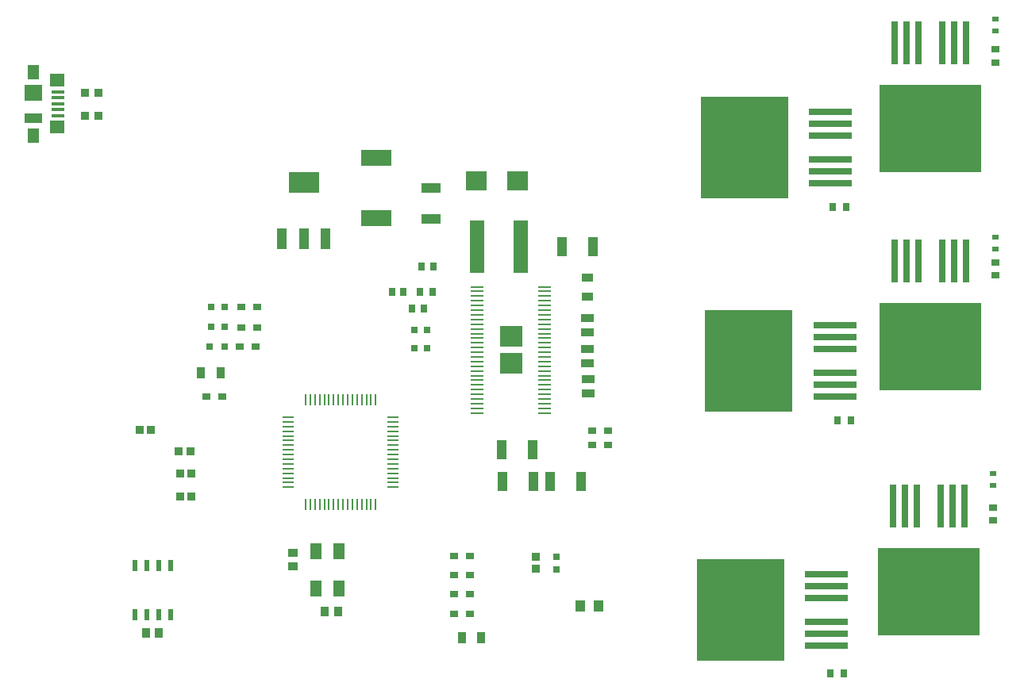
<source format=gbr>
%FSTAX23Y23*%
%MOIN*%
%SFA1B1*%

%IPPOS*%
%AMD27*
4,1,8,0.022500,0.004200,-0.022500,0.004200,-0.026700,0.000000,-0.026700,0.000000,-0.022500,-0.004200,0.022500,-0.004200,0.026700,0.000000,0.026700,0.000000,0.022500,0.004200,0.0*
1,1,0.008360,0.022500,0.000000*
1,1,0.008360,-0.022500,0.000000*
1,1,0.008360,-0.022500,0.000000*
1,1,0.008360,0.022500,0.000000*
%
%AMD38*
4,1,8,-0.004200,0.019200,-0.004200,-0.019200,0.000000,-0.023400,0.000000,-0.023400,0.004200,-0.019200,0.004200,0.019200,0.000000,0.023400,0.000000,0.023400,-0.004200,0.019200,0.0*
1,1,0.008360,0.000000,0.019200*
1,1,0.008360,0.000000,-0.019200*
1,1,0.008360,0.000000,-0.019200*
1,1,0.008360,0.000000,0.019200*
%
%AMD39*
4,1,8,-0.023400,0.000000,-0.023400,0.000000,-0.019200,-0.004200,0.019200,-0.004200,0.023400,0.000000,0.023400,0.000000,0.019200,0.004200,-0.019200,0.004200,-0.023400,0.000000,0.0*
1,1,0.008360,-0.019200,0.000000*
1,1,0.008360,-0.019200,0.000000*
1,1,0.008360,0.019200,0.000000*
1,1,0.008360,0.019200,0.000000*
%
%AMD63*
4,1,8,0.008900,0.024600,-0.008900,0.024600,-0.010800,0.022700,-0.010800,-0.022700,-0.008900,-0.024600,0.008900,-0.024600,0.010800,-0.022700,0.010800,0.022700,0.008900,0.024600,0.0*
1,1,0.003900,0.008900,0.022700*
1,1,0.003900,-0.008900,0.022700*
1,1,0.003900,-0.008900,-0.022700*
1,1,0.003900,0.008900,-0.022700*
%
%ADD18R,0.094250X0.089100*%
%ADD19R,0.094250X0.089100*%
%ADD20R,0.062990X0.224410*%
%ADD21R,0.088580X0.084650*%
%ADD22R,0.039370X0.051180*%
%ADD23R,0.425200X0.370080*%
%ADD24R,0.031500X0.181100*%
%ADD25R,0.047240X0.070870*%
%ADD26R,0.029530X0.033470*%
G04~CAMADD=27~8~0.0~0.0~533.6~83.7~41.8~0.0~15~0.0~0.0~0.0~0.0~0~0.0~0.0~0.0~0.0~0~0.0~0.0~0.0~0.0~533.6~83.7*
%ADD27D27*%
%ADD28R,0.053360X0.008370*%
%ADD29R,0.051180X0.064960*%
%ADD30R,0.074800X0.070870*%
%ADD31R,0.074800X0.039370*%
%ADD32R,0.061020X0.056100*%
%ADD33R,0.054330X0.017720*%
%ADD34R,0.025590X0.027560*%
%ADD35R,0.043310X0.080710*%
%ADD36R,0.035430X0.031500*%
%ADD37R,0.008370X0.046780*%
G04~CAMADD=38~8~0.0~0.0~467.8~83.7~41.8~0.0~15~0.0~0.0~0.0~0.0~0~0.0~0.0~0.0~0.0~0~0.0~0.0~0.0~90.0~84.0~467.0*
%ADD38D38*%
G04~CAMADD=39~8~0.0~0.0~83.7~467.8~41.8~0.0~15~0.0~0.0~0.0~0.0~0~0.0~0.0~0.0~0.0~0~0.0~0.0~0.0~90.0~468.0~84.0*
%ADD39D39*%
%ADD40R,0.031500X0.031500*%
%ADD41R,0.037650X0.047490*%
%ADD42R,0.041340X0.037400*%
%ADD43R,0.037400X0.041340*%
%ADD44R,0.027560X0.025590*%
%ADD45R,0.035680X0.033660*%
%ADD46R,0.031500X0.023620*%
%ADD47R,0.033940X0.025870*%
%ADD48R,0.025870X0.033940*%
%ADD49R,0.031500X0.035430*%
%ADD50R,0.029530X0.035430*%
%ADD51R,0.031500X0.037400*%
%ADD52R,0.047490X0.037650*%
%ADD53R,0.053150X0.037400*%
%ADD54R,0.033660X0.035680*%
%ADD55R,0.036810X0.037880*%
%ADD56R,0.035430X0.039370*%
%ADD57R,0.181100X0.031500*%
%ADD58R,0.370080X0.425200*%
%ADD59R,0.080710X0.043310*%
%ADD60R,0.039370X0.086610*%
%ADD61R,0.129920X0.086610*%
%ADD62R,0.125980X0.067720*%
G04~CAMADD=63~8~0.0~0.0~216.5~492.1~19.5~0.0~15~0.0~0.0~0.0~0.0~0~0.0~0.0~0.0~0.0~0~0.0~0.0~0.0~0.0~216.5~492.1*
%ADD63D63*%
%LNpcb_paste_top-1*%
%LPD*%
G54D18*
X04465Y02848D03*
G54D19*
X04465Y02961D03*
G54D20*
X04322Y0334D03*
X04507D03*
G54D21*
X04493Y03615D03*
X0432D03*
G54D22*
X04755Y0183D03*
X04834D03*
G54D23*
X06225Y03835D03*
X0622Y0189D03*
X06225Y0292D03*
G54D24*
X06175Y04195D03*
X06125D03*
X06075D03*
X06275D03*
X06325D03*
X06375D03*
X0617Y0225D03*
X0612D03*
X0607D03*
X0627D03*
X0632D03*
X0637D03*
X06175Y0328D03*
X06125D03*
X06075D03*
X06275D03*
X06325D03*
X06375D03*
G54D25*
X03742Y01901D03*
Y02058D03*
X03647D03*
Y01901D03*
G54D26*
X0414Y03255D03*
X04089D03*
G54D27*
X04607Y0317D03*
Y03151D03*
Y03131D03*
Y03111D03*
Y03092D03*
Y03072D03*
Y03052D03*
Y03032D03*
Y03013D03*
Y02993D03*
Y02973D03*
Y02954D03*
Y02934D03*
Y02914D03*
Y02895D03*
Y02875D03*
Y02855D03*
Y02836D03*
Y02816D03*
Y02796D03*
Y02777D03*
Y02757D03*
Y02737D03*
Y02717D03*
Y02698D03*
Y02678D03*
Y02658D03*
Y02639D03*
X04322D03*
Y02658D03*
Y02678D03*
Y02698D03*
Y02717D03*
Y02737D03*
Y02757D03*
Y02777D03*
Y02796D03*
Y02816D03*
Y02836D03*
Y02855D03*
Y02875D03*
Y02895D03*
Y02914D03*
Y02934D03*
Y02954D03*
Y02973D03*
Y02993D03*
Y03013D03*
Y03032D03*
Y03052D03*
Y03072D03*
Y03092D03*
Y03111D03*
Y03131D03*
Y03151D03*
G54D28*
X04322Y0317D03*
G54D29*
X02459Y04072D03*
Y03806D03*
G54D30*
X02459Y03985D03*
G54D31*
X02459Y03878D03*
G54D32*
X0256Y04037D03*
Y03841D03*
G54D33*
X02564Y0399D03*
Y03965D03*
Y03939D03*
Y03914D03*
Y03888D03*
G54D34*
X04111Y02913D03*
X04058D03*
X04111Y0299D03*
X04058D03*
G54D35*
X0468Y0334D03*
X04809D03*
X04629Y02352D03*
X04758D03*
X04425Y02485D03*
X04555D03*
X0443Y02352D03*
X04559D03*
G54D36*
X04293Y0204D03*
X04226D03*
X04293Y01877D03*
X04226D03*
X04293Y01958D03*
X04226D03*
X03326Y0292D03*
X03393D03*
X03331Y03D03*
X03398D03*
X03331Y03085D03*
X03398D03*
X04293Y01796D03*
X04226D03*
X04873Y02566D03*
X04806D03*
X04873Y02505D03*
X04806D03*
X03253Y0271D03*
X03186D03*
G54D37*
X03602Y02254D03*
G54D38*
X03622Y02254D03*
X03641D03*
X03661D03*
X03681D03*
X037D03*
X0372D03*
X0374D03*
X03759D03*
X03779D03*
X03799D03*
X03818D03*
X03838D03*
X03858D03*
X03877D03*
X03897D03*
Y02695D03*
X03877D03*
X03858D03*
X03838D03*
X03818D03*
X03799D03*
X03779D03*
X03759D03*
X0374D03*
X0372D03*
X037D03*
X03681D03*
X03661D03*
X03641D03*
X03622D03*
X03602D03*
G54D39*
X0397Y02327D03*
Y02347D03*
Y02366D03*
Y02386D03*
Y02406D03*
Y02425D03*
Y02445D03*
Y02465D03*
Y02484D03*
Y02504D03*
Y02524D03*
Y02543D03*
Y02563D03*
Y02583D03*
Y02602D03*
Y02622D03*
X03529D03*
Y02602D03*
Y02583D03*
Y02563D03*
Y02543D03*
Y02524D03*
Y02504D03*
Y02484D03*
Y02465D03*
Y02445D03*
Y02425D03*
Y02406D03*
Y02386D03*
Y02366D03*
Y02347D03*
Y02327D03*
G54D40*
X03261Y0292D03*
X03198D03*
X03205Y03002D03*
X03264D03*
X03205Y03085D03*
X03264D03*
G54D41*
X04259Y01695D03*
X0434D03*
X03245Y0281D03*
X03164D03*
G54D42*
X0355Y01996D03*
Y02053D03*
G54D43*
X03681Y01805D03*
X03738D03*
G54D44*
X04655Y02036D03*
Y01983D03*
G54D45*
X0457Y02034D03*
Y01985D03*
G54D46*
X0649Y02385D03*
Y02334D03*
X065Y03329D03*
Y0338D03*
Y04295D03*
Y04244D03*
G54D47*
X0649Y02187D03*
Y02242D03*
X065Y03217D03*
Y03272D03*
Y04112D03*
Y04167D03*
G54D48*
X05807Y01545D03*
X05862D03*
X05837Y0261D03*
X05892D03*
X05817Y03505D03*
X05872D03*
G54D49*
X04099Y03077D03*
X0405D03*
G54D50*
X04013Y0315D03*
X03966D03*
G54D51*
X04083Y0315D03*
X04136D03*
G54D52*
X04785Y0321D03*
Y03129D03*
G54D53*
X0479Y02781D03*
Y02722D03*
X04785Y0291D03*
Y0285D03*
Y03039D03*
Y0298D03*
G54D54*
X02954Y0257D03*
X02905D03*
X03075Y0229D03*
X03124D03*
X0307Y0248D03*
X03119D03*
X03075Y02385D03*
X03124D03*
G54D55*
X02676Y0389D03*
X02733D03*
X02676Y03985D03*
X02733D03*
G54D56*
X02934Y01715D03*
X02985D03*
G54D57*
X0579Y01661D03*
Y01711D03*
Y01761D03*
Y01961D03*
Y01911D03*
Y01861D03*
X05805Y03605D03*
Y03655D03*
Y03705D03*
Y03905D03*
Y03855D03*
Y03805D03*
X05825Y0271D03*
Y0276D03*
Y0281D03*
Y0301D03*
Y0296D03*
Y0291D03*
G54D58*
X05429Y01811D03*
X05445Y03755D03*
X05464Y0286D03*
G54D59*
X0413Y03584D03*
Y03455D03*
G54D60*
X03504Y03371D03*
X03595D03*
X03685D03*
G54D61*
X03595Y03608D03*
G54D62*
X039Y03711D03*
Y03458D03*
G54D63*
X02885Y01791D03*
X02935D03*
X02985D03*
X03035D03*
X02885Y01998D03*
X02935D03*
X02985D03*
X03035D03*
M02*
</source>
